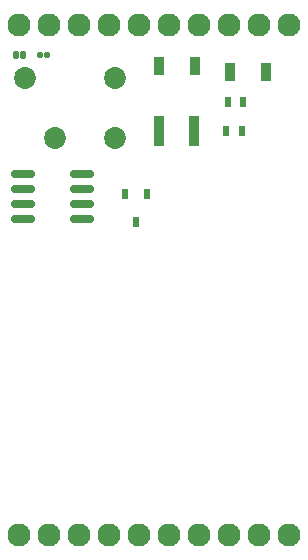
<source format=gbr>
%TF.GenerationSoftware,KiCad,Pcbnew,8.0.8*%
%TF.CreationDate,2025-02-03T20:56:19-05:00*%
%TF.ProjectId,RTDS Control Module,52544453-2043-46f6-9e74-726f6c204d6f,rev?*%
%TF.SameCoordinates,Original*%
%TF.FileFunction,Soldermask,Top*%
%TF.FilePolarity,Negative*%
%FSLAX46Y46*%
G04 Gerber Fmt 4.6, Leading zero omitted, Abs format (unit mm)*
G04 Created by KiCad (PCBNEW 8.0.8) date 2025-02-03 20:56:19*
%MOMM*%
%LPD*%
G01*
G04 APERTURE LIST*
G04 Aperture macros list*
%AMRoundRect*
0 Rectangle with rounded corners*
0 $1 Rounding radius*
0 $2 $3 $4 $5 $6 $7 $8 $9 X,Y pos of 4 corners*
0 Add a 4 corners polygon primitive as box body*
4,1,4,$2,$3,$4,$5,$6,$7,$8,$9,$2,$3,0*
0 Add four circle primitives for the rounded corners*
1,1,$1+$1,$2,$3*
1,1,$1+$1,$4,$5*
1,1,$1+$1,$6,$7*
1,1,$1+$1,$8,$9*
0 Add four rect primitives between the rounded corners*
20,1,$1+$1,$2,$3,$4,$5,0*
20,1,$1+$1,$4,$5,$6,$7,0*
20,1,$1+$1,$6,$7,$8,$9,0*
20,1,$1+$1,$8,$9,$2,$3,0*%
G04 Aperture macros list end*
%ADD10R,0.609600X0.889000*%
%ADD11R,0.558800X0.863600*%
%ADD12R,0.863600X1.600200*%
%ADD13RoundRect,0.102000X-0.125000X-0.150000X0.125000X-0.150000X0.125000X0.150000X-0.125000X0.150000X0*%
%ADD14C,1.854000*%
%ADD15C,1.954000*%
%ADD16R,0.955600X2.500000*%
%ADD17RoundRect,0.102000X-0.190000X-0.200000X0.190000X-0.200000X0.190000X0.200000X-0.190000X0.200000X0*%
%ADD18RoundRect,0.150000X-0.825000X-0.150000X0.825000X-0.150000X0.825000X0.150000X-0.825000X0.150000X0*%
%ADD19R,0.855600X1.600000*%
G04 APERTURE END LIST*
D10*
%TO.C,R4*%
X68512300Y-31900000D03*
X69807700Y-31900000D03*
%TD*%
D11*
%TO.C,U2*%
X61652500Y-39712400D03*
X59747500Y-39712400D03*
X60700000Y-42100000D03*
%TD*%
D12*
%TO.C,D1*%
X68636000Y-29400000D03*
X71684000Y-29400000D03*
%TD*%
D13*
%TO.C,R2*%
X52560000Y-27900000D03*
X53160000Y-27900000D03*
%TD*%
D14*
%TO.C,K1*%
X53890000Y-34980000D03*
X58970000Y-34980000D03*
X58970000Y-29900000D03*
X51350000Y-29900000D03*
%TD*%
D15*
%TO.C,J1*%
X50800000Y-68580000D03*
X53340000Y-68580000D03*
X55880000Y-68580000D03*
X58420000Y-68580000D03*
X60960000Y-68580000D03*
X63500000Y-68580000D03*
X66040000Y-68580000D03*
X68580000Y-68580000D03*
X71120000Y-68580000D03*
X73660000Y-68580000D03*
%TD*%
D16*
%TO.C,C1*%
X62682199Y-34400000D03*
X65637801Y-34400000D03*
%TD*%
D17*
%TO.C,R1*%
X50598000Y-27900000D03*
X51160000Y-27900000D03*
%TD*%
D18*
%TO.C,U1*%
X51185000Y-37995000D03*
X51185000Y-39265000D03*
X51185000Y-40535000D03*
X51185000Y-41805000D03*
X56135000Y-41805000D03*
X56135000Y-40535000D03*
X56135000Y-39265000D03*
X56135000Y-37995000D03*
%TD*%
D19*
%TO.C,C2*%
X62632199Y-28900000D03*
X65687801Y-28900000D03*
%TD*%
D10*
%TO.C,R3*%
X68364600Y-34400000D03*
X69660000Y-34400000D03*
%TD*%
D15*
%TO.C,J1*%
X50800000Y-25400000D03*
X53340000Y-25400000D03*
X55880000Y-25400000D03*
X58420000Y-25400000D03*
X60960000Y-25400000D03*
X63500000Y-25400000D03*
X66040000Y-25400000D03*
X68580000Y-25400000D03*
X71120000Y-25400000D03*
X73660000Y-25400000D03*
%TD*%
M02*

</source>
